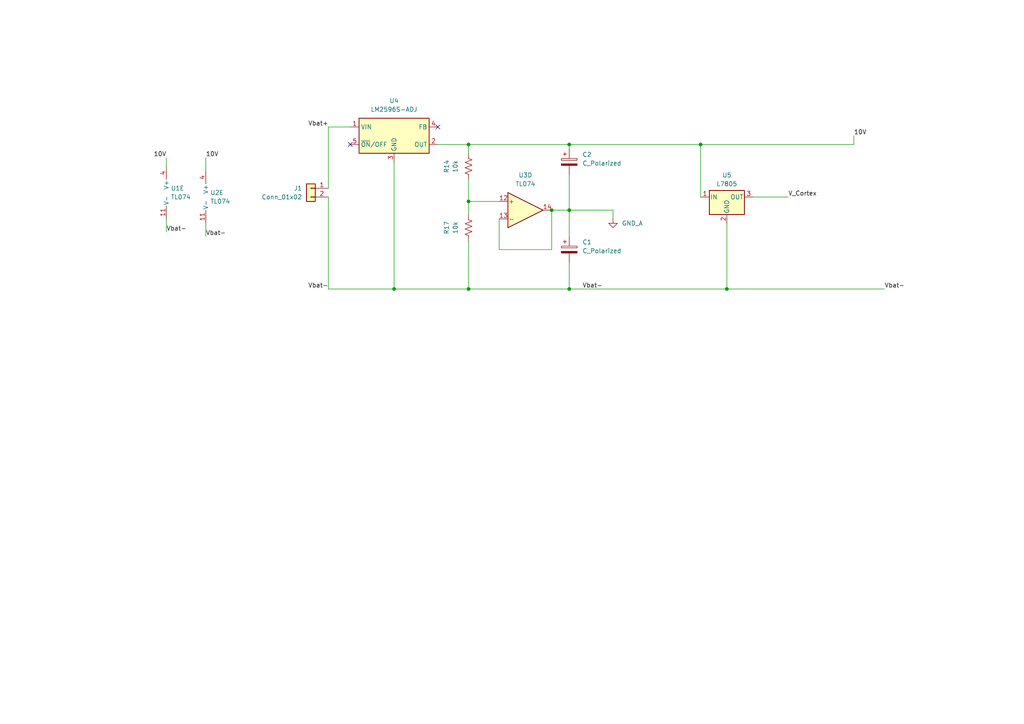
<source format=kicad_sch>
(kicad_sch (version 20250114) (generator "eeschema") (generator_version "9.0")
  (paper "A4")
  (lib_symbols
    (symbol "Amplifier_Operational:TL074" (pin_names (offset 0.127))
      (property "Reference" "U" (at 0 5.08 0))
      (property "Value" "TL074" (at 0 -5.08 0))
      (symbol "TL074_1_1"
        (polyline (pts (xy -5.08 5.08) (xy 5.08 0) (xy -5.08 -5.08) (xy -5.08 5.08)) (stroke (width 0.254)) (fill (type background)))
        (pin input line (at -7.62 2.54 0) (length 2.54) (name "+") (number "3"))
        (pin input line (at -7.62 -2.54 0) (length 2.54) (name "-") (number "2"))
        (pin output line (at 7.62 0 180) (length 2.54) (name "~") (number "1"))
      )
      (symbol "TL074_2_1"
        (polyline (pts (xy -5.08 5.08) (xy 5.08 0) (xy -5.08 -5.08) (xy -5.08 5.08)) (stroke (width 0.254)) (fill (type background)))
        (pin input line (at -7.62 2.54 0) (length 2.54) (name "+") (number "5"))
        (pin input line (at -7.62 -2.54 0) (length 2.54) (name "-") (number "6"))
        (pin output line (at 7.62 0 180) (length 2.54) (name "~") (number "7"))
      )
      (symbol "TL074_3_1"
        (polyline (pts (xy -5.08 5.08) (xy 5.08 0) (xy -5.08 -5.08) (xy -5.08 5.08)) (stroke (width 0.254)) (fill (type background)))
        (pin input line (at -7.62 2.54 0) (length 2.54) (name "+") (number "10"))
        (pin input line (at -7.62 -2.54 0) (length 2.54) (name "-") (number "9"))
        (pin output line (at 7.62 0 180) (length 2.54) (name "~") (number "8"))
      )
      (symbol "TL074_4_1"
        (polyline (pts (xy -5.08 5.08) (xy 5.08 0) (xy -5.08 -5.08) (xy -5.08 5.08)) (stroke (width 0.254)) (fill (type background)))
        (pin input line (at -7.62 2.54 0) (length 2.54) (name "+") (number "12"))
        (pin input line (at -7.62 -2.54 0) (length 2.54) (name "-") (number "13"))
        (pin output line (at 7.62 0 180) (length 2.54) (name "~") (number "14"))
      )
      (symbol "TL074_5_1"
        (pin power_in line (at -2.54 7.62 270) (length 3.81) (name "V+") (number "4"))
        (pin power_in line (at -2.54 -7.62 90) (length 3.81) (name "V-") (number "11"))
      )
    )
    (symbol "Connector_Generic:Conn_01x02" (pin_names (offset 1.016) (hide yes))
      (property "Reference" "J" (at 0 2.54 0))
      (property "Value" "Conn_01x02" (at 0 -5.08 0))
      (symbol "Conn_01x02_1_1"
        (rectangle (start -1.27 1.27) (end 1.27 -3.81) (stroke (width 0.254)) (fill (type background)))
        (rectangle (start -1.27 0.127) (end 0 -0.127) (stroke (width 0.1524)))
        (rectangle (start -1.27 -2.413) (end 0 -2.667) (stroke (width 0.1524)))
        (pin passive line (at -5.08 0 0) (length 3.81) (name "Pin_1") (number "1"))
        (pin passive line (at -5.08 -2.54 0) (length 3.81) (name "Pin_2") (number "2"))
      )
    )
    (symbol "Device:C_Polarized" (pin_numbers (hide yes)) (pin_names (offset 0.254))
      (property "Reference" "C" (at 0.635 2.54 0))
      (property "Value" "C_Polarized" (at 0.635 -2.54 0))
      (symbol "C_Polarized_0_1"
        (rectangle (start -2.286 0.508) (end 2.286 1.016))
        (polyline (pts (xy -1.778 2.286) (xy -0.762 2.286)))
        (polyline (pts (xy -1.27 2.794) (xy -1.27 1.778)))
        (rectangle (start 2.286 -0.508) (end -2.286 -1.016) (fill (type outline)))
      )
      (symbol "C_Polarized_1_1"
        (pin passive line (at 0 3.81 270) (length 2.794) (name "~") (number "1"))
        (pin passive line (at 0 -3.81 90) (length 2.794) (name "~") (number "2"))
      )
    )
    (symbol "Device:R_US" (pin_numbers (hide yes)) (pin_names (offset 0))
      (property "Reference" "R" (at 2.54 0 90))
      (property "Value" "R_US" (at -2.54 0 90))
      (symbol "R_US_0_1"
        (polyline (pts (xy 0 2.286) (xy 0 2.54)))
        (polyline (pts (xy 0 2.286) (xy 1.016 1.905) (xy 0 1.524) (xy -1.016 1.143) (xy 0 0.762)))
        (polyline (pts (xy 0 0.762) (xy 1.016 0.381) (xy 0 0) (xy -1.016 -0.381) (xy 0 -0.762)))
        (polyline (pts (xy 0 -0.762) (xy 1.016 -1.143) (xy 0 -1.524) (xy -1.016 -1.905) (xy 0 -2.286)))
        (polyline (pts (xy 0 -2.286) (xy 0 -2.54)))
      )
      (symbol "R_US_1_1"
        (pin passive line (at 0 3.81 270) (length 1.27) (name "~") (number "1"))
        (pin passive line (at 0 -3.81 90) (length 1.27) (name "~") (number "2"))
      )
    )
    (symbol "Regulator_Linear:L7805" (pin_names (offset 0.254))
      (property "Reference" "U" (at -3.81 3.175 0))
      (property "Value" "L7805" (at 0 3.175 0))
      (symbol "L7805_0_1"
        (rectangle (start -5.08 1.905) (end 5.08 -5.08) (stroke (width 0.254)) (fill (type background)))
      )
      (symbol "L7805_1_1"
        (pin power_in line (at -7.62 0 0) (length 2.54) (name "IN") (number "1"))
        (pin power_in line (at 0 -7.62 90) (length 2.54) (name "GND") (number "2"))
        (pin power_out line (at 7.62 0 180) (length 2.54) (name "OUT") (number "3"))
      )
    )
    (symbol "Regulator_Switching:LM2596S-ADJ"
      (property "Reference" "U" (at -10.16 6.35 0))
      (property "Value" "LM2596S-ADJ" (at 0 6.35 0))
      (symbol "LM2596S-ADJ_0_1"
        (rectangle (start -10.16 5.08) (end 10.16 -5.08) (stroke (width 0.254)) (fill (type background)))
      )
      (symbol "LM2596S-ADJ_1_1"
        (pin power_in line (at -12.7 2.54 0) (length 2.54) (name "VIN") (number "1"))
        (pin input line (at -12.7 -2.54 0) (length 2.54) (name "~{ON}/OFF") (number "5"))
        (pin power_in line (at 0 -7.62 90) (length 2.54) (name "GND") (number "3"))
        (pin input line (at 12.7 2.54 180) (length 2.54) (name "FB") (number "4"))
        (pin output line (at 12.7 -2.54 180) (length 2.54) (name "OUT") (number "2"))
      )
    )
    (symbol "power:GND" (power) (pin_numbers (hide yes)) (pin_names (offset 0) (hide yes))
      (property "Value" "GND" (at 0 -3.81 0))
      (symbol "GND_0_1"
        (polyline (pts (xy 0 0) (xy 0 -1.27) (xy 1.27 -1.27) (xy 0 -2.54) (xy -1.27 -1.27) (xy 0 -1.27)))
      )
      (symbol "GND_1_1"
        (pin power_in line (at 0 0 270) (length 0) (name "~") (number "1"))
      )
    )
  )
  (junction (at 160.02 60.96))
  (junction (at 135.89 41.91))
  (junction (at 165.1 41.91))
  (junction (at 203.2 41.91))
  (junction (at 135.89 58.42))
  (junction (at 135.89 83.82))
  (junction (at 165.1 83.82))
  (junction (at 114.3 83.82))
  (junction (at 210.82 83.82))
  (junction (at 165.1 60.96))
  (no_connect (at 101.6 41.91))
  (no_connect (at 127 36.83))
  (wire (pts (xy 95.25 57.15) (xy 95.25 83.82)))
  (wire (pts (xy 59.69 45.72) (xy 59.69 49.53)))
  (wire (pts (xy 165.1 60.96) (xy 177.8 60.96)))
  (wire (pts (xy 165.1 83.82) (xy 210.82 83.82)))
  (wire (pts (xy 203.2 41.91) (xy 203.2 57.15)))
  (wire (pts (xy 135.89 58.42) (xy 135.89 62.23)))
  (wire (pts (xy 135.89 69.85) (xy 135.89 83.82)))
  (wire (pts (xy 210.82 83.82) (xy 256.54 83.82)))
  (wire (pts (xy 114.3 46.99) (xy 114.3 83.82)))
  (wire (pts (xy 165.1 83.82) (xy 135.89 83.82)))
  (wire (pts (xy 144.78 63.5) (xy 144.78 72.39)))
  (wire (pts (xy 48.26 45.72) (xy 48.26 48.26)))
  (wire (pts (xy 177.8 60.96) (xy 177.8 63.5)))
  (wire (pts (xy 210.82 64.77) (xy 210.82 83.82)))
  (wire (pts (xy 127 41.91) (xy 135.89 41.91)))
  (wire (pts (xy 247.65 41.91) (xy 247.65 39.37)))
  (wire (pts (xy 135.89 52.07) (xy 135.89 58.42)))
  (wire (pts (xy 95.25 36.83) (xy 101.6 36.83)))
  (wire (pts (xy 165.1 41.91) (xy 165.1 43.18)))
  (wire (pts (xy 203.2 41.91) (xy 247.65 41.91)))
  (wire (pts (xy 135.89 58.42) (xy 144.78 58.42)))
  (wire (pts (xy 59.69 64.77) (xy 59.69 68.58)))
  (wire (pts (xy 160.02 60.96) (xy 160.02 72.39)))
  (wire (pts (xy 95.25 83.82) (xy 114.3 83.82)))
  (wire (pts (xy 165.1 76.2) (xy 165.1 83.82)))
  (wire (pts (xy 135.89 41.91) (xy 135.89 44.45)))
  (wire (pts (xy 114.3 83.82) (xy 135.89 83.82)))
  (wire (pts (xy 95.25 54.61) (xy 95.25 36.83)))
  (wire (pts (xy 144.78 72.39) (xy 160.02 72.39)))
  (wire (pts (xy 160.02 60.96) (xy 165.1 60.96)))
  (wire (pts (xy 165.1 41.91) (xy 203.2 41.91)))
  (wire (pts (xy 48.26 63.5) (xy 48.26 67.31)))
  (wire (pts (xy 165.1 68.58) (xy 165.1 60.96)))
  (wire (pts (xy 218.44 57.15) (xy 228.6 57.15)))
  (wire (pts (xy 165.1 50.8) (xy 165.1 60.96)))
  (wire (pts (xy 135.89 41.91) (xy 165.1 41.91)))
  (label "Vbat-" (at 48.26 67.31 0))
  (label "10V" (at 59.69 45.72 0))
  (label "Vbat-" (at 95.25 83.82 180))
  (label "Vbat-" (at 256.54 83.82 0))
  (label "10V" (at 247.65 39.37 0))
  (label "Vbat-" (at 168.91 83.82 0))
  (label "10V" (at 48.26 45.72 180))
  (label "Vbat+" (at 95.25 36.83 180))
  (label "V_Cortex" (at 228.6 57.15 0))
  (label "Vbat-" (at 59.69 68.58 0))
  (symbol (lib_id "Device:C_Polarized") (at 165.1 46.99 0) (unit 1)
    (property "Reference" "C2" (at 168.91 44.8309 0) (effects (justify left)))
    (property "Value" "C_Polarized" (at 168.91 47.3709 0) (effects (justify left)))
    (property "Description" "Polarized capacitor" (effects (hide yes)))
  )
  (symbol (lib_id "Amplifier_Operational:TL074") (at 50.8 55.88 0) (unit 5)
    (property "Reference" "U1" (at 49.53 54.6099 0) (effects (justify left)))
    (property "Value" "TL074" (at 49.53 57.1499 0) (effects (justify left)))
    (property "Datasheet" "http://www.ti.com/lit/ds/symlink/tl071.pdf" (effects (hide yes)))
    (property "Description" "Quad Low-Noise JFET-Input Operational Amplifiers, DIP-14/SOIC-14" (effects (hide yes)))
  )
  (symbol (lib_id "power:GND") (at 177.8 63.5 0) (mirror y) (unit 1)
    (property "Reference" "#PWR09" (effects (hide yes)))
    (property "Value" "GND_A" (at 180.34 64.7699 0) (effects (justify right)))
    (property "Description" "Power symbol creates a global label with name \"GND\" , ground" (effects (hide yes)))
  )
  (symbol (lib_id "Amplifier_Operational:TL074") (at 152.4 60.96 0) (unit 4)
    (property "Reference" "U3" (at 152.4 50.8 0))
    (property "Value" "TL074" (at 152.4 53.34 0))
    (property "Datasheet" "http://www.ti.com/lit/ds/symlink/tl071.pdf" (effects (hide yes)))
    (property "Description" "Quad Low-Noise JFET-Input Operational Amplifiers, DIP-14/SOIC-14" (effects (hide yes)))
  )
  (symbol (lib_id "Regulator_Switching:LM2596S-ADJ") (at 114.3 39.37 0) (unit 1)
    (property "Reference" "U4" (at 114.3 29.21 0))
    (property "Value" "LM2596S-ADJ" (at 114.3 31.75 0))
    (property "Footprint" "Package_TO_SOT_SMD:TO-263-5_TabPin3" (effects (hide yes)))
    (property "Datasheet" "http://www.ti.com/lit/ds/symlink/lm2596.pdf" (effects (hide yes)))
    (property "Description" "Adjustable 3A Step-Down Voltage Regulator, TO-263" (effects (hide yes)))
  )
  (symbol (lib_id "Device:C_Polarized") (at 165.1 72.39 0) (unit 1)
    (property "Reference" "C1" (at 168.91 70.2309 0) (effects (justify left)))
    (property "Value" "C_Polarized" (at 168.91 72.7709 0) (effects (justify left)))
    (property "Description" "Polarized capacitor" (effects (hide yes)))
  )
  (symbol (lib_id "Device:R_US") (at 135.89 66.04 180) (unit 1)
    (property "Reference" "R17" (at 129.54 66.04 90))
    (property "Value" "10k" (at 132.08 66.04 90))
    (property "Description" "Resistor, US symbol" (effects (hide yes)))
  )
  (symbol (lib_id "Regulator_Linear:L7805") (at 210.82 57.15 0) (unit 1)
    (property "Reference" "U5" (at 210.82 50.8 0))
    (property "Value" "L7805" (at 210.82 53.34 0))
    (property "Datasheet" "http://www.st.com/content/ccc/resource/technical/document/datasheet/41/4f/b3/b0/12/d4/47/88/CD00000444.pdf/files/CD00000444.pdf/jcr:content/translations/en.CD00000444.pdf" (effects (hide yes)))
    (property "Description" "Positive 1.5A 35V Linear Regulator, Fixed Output 5V, TO-220/TO-263/TO-252" (effects (hide yes)))
  )
  (symbol (lib_id "Connector_Generic:Conn_01x02") (at 90.17 54.61 0) (mirror y) (unit 1)
    (property "Reference" "J1" (at 87.63 54.6099 0) (effects (justify left)))
    (property "Value" "Conn_01x02" (at 87.63 57.1499 0) (effects (justify left)))
    (property "Description" "Generic connector, single row, 01x02, script generated (kicad-library-utils/schlib/autogen/connector/)" (effects (hide yes)))
  )
  (symbol (lib_id "Device:R_US") (at 135.89 48.26 180) (unit 1)
    (property "Reference" "R14" (at 129.54 48.26 90))
    (property "Value" "10k" (at 132.08 48.26 90))
    (property "Description" "Resistor, US symbol" (effects (hide yes)))
  )
  (symbol (lib_id "Amplifier_Operational:TL074") (at 62.23 57.15 0) (unit 5)
    (property "Reference" "U2" (at 60.96 55.8799 0) (effects (justify left)))
    (property "Value" "TL074" (at 60.96 58.4199 0) (effects (justify left)))
    (property "Datasheet" "http://www.ti.com/lit/ds/symlink/tl071.pdf" (effects (hide yes)))
    (property "Description" "Quad Low-Noise JFET-Input Operational Amplifiers, DIP-14/SOIC-14" (effects (hide yes)))
  )
)
</source>
